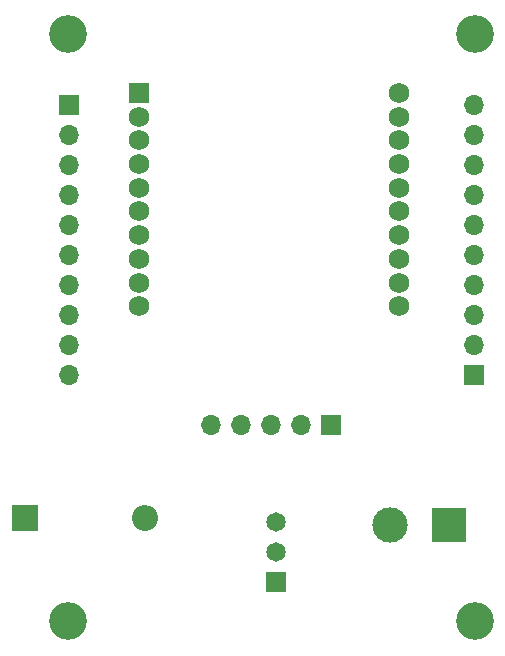
<source format=gbs>
G04 #@! TF.GenerationSoftware,KiCad,Pcbnew,7.0.8*
G04 #@! TF.CreationDate,2025-02-11T22:02:48-06:00*
G04 #@! TF.ProjectId,XBeeBreakoutBoard,58426565-4272-4656-916b-6f7574426f61,rev?*
G04 #@! TF.SameCoordinates,Original*
G04 #@! TF.FileFunction,Soldermask,Bot*
G04 #@! TF.FilePolarity,Negative*
%FSLAX46Y46*%
G04 Gerber Fmt 4.6, Leading zero omitted, Abs format (unit mm)*
G04 Created by KiCad (PCBNEW 7.0.8) date 2025-02-11 22:02:48*
%MOMM*%
%LPD*%
G01*
G04 APERTURE LIST*
G04 Aperture macros list*
%AMRoundRect*
0 Rectangle with rounded corners*
0 $1 Rounding radius*
0 $2 $3 $4 $5 $6 $7 $8 $9 X,Y pos of 4 corners*
0 Add a 4 corners polygon primitive as box body*
4,1,4,$2,$3,$4,$5,$6,$7,$8,$9,$2,$3,0*
0 Add four circle primitives for the rounded corners*
1,1,$1+$1,$2,$3*
1,1,$1+$1,$4,$5*
1,1,$1+$1,$6,$7*
1,1,$1+$1,$8,$9*
0 Add four rect primitives between the rounded corners*
20,1,$1+$1,$2,$3,$4,$5,0*
20,1,$1+$1,$4,$5,$6,$7,0*
20,1,$1+$1,$6,$7,$8,$9,0*
20,1,$1+$1,$8,$9,$2,$3,0*%
G04 Aperture macros list end*
%ADD10C,1.651000*%
%ADD11R,1.651000X1.651000*%
%ADD12R,2.200000X2.200000*%
%ADD13O,2.200000X2.200000*%
%ADD14R,1.700000X1.700000*%
%ADD15O,1.700000X1.700000*%
%ADD16RoundRect,0.102000X-0.765000X-0.765000X0.765000X-0.765000X0.765000X0.765000X-0.765000X0.765000X0*%
%ADD17C,1.734000*%
%ADD18C,3.200000*%
%ADD19R,3.000000X3.000000*%
%ADD20C,3.000000*%
G04 APERTURE END LIST*
D10*
X140000000Y-91560000D03*
X140000000Y-94100000D03*
D11*
X140000000Y-96640000D03*
D12*
X118740000Y-91200000D03*
D13*
X128900000Y-91200000D03*
D14*
X144640000Y-83400000D03*
D15*
X142100000Y-83400000D03*
X139560000Y-83400000D03*
X137020000Y-83400000D03*
X134480000Y-83400000D03*
D16*
X128400000Y-55253800D03*
D17*
X128400000Y-57260400D03*
X128400000Y-59267000D03*
X128400000Y-61273600D03*
X128400000Y-63280200D03*
X128400000Y-65286800D03*
X128400000Y-67293400D03*
X128400000Y-69300000D03*
X128400000Y-71306600D03*
X128400000Y-73313200D03*
X150396400Y-73313200D03*
X150396400Y-71306600D03*
X150396400Y-69300000D03*
X150396400Y-67293400D03*
X150396400Y-65286800D03*
X150396400Y-63280200D03*
X150396400Y-61273600D03*
X150396400Y-59267000D03*
X150396400Y-57260400D03*
X150396400Y-55253800D03*
D18*
X122400000Y-50300000D03*
D14*
X156775000Y-79160000D03*
D15*
X156775000Y-76620000D03*
X156775000Y-74080000D03*
X156775000Y-71540000D03*
X156775000Y-69000000D03*
X156775000Y-66460000D03*
X156775000Y-63920000D03*
X156775000Y-61380000D03*
X156775000Y-58840000D03*
X156775000Y-56300000D03*
D18*
X156800000Y-100000000D03*
D14*
X122425000Y-56300000D03*
D15*
X122425000Y-58840000D03*
X122425000Y-61380000D03*
X122425000Y-63920000D03*
X122425000Y-66460000D03*
X122425000Y-69000000D03*
X122425000Y-71540000D03*
X122425000Y-74080000D03*
X122425000Y-76620000D03*
X122425000Y-79160000D03*
D18*
X156800000Y-50300000D03*
X122400000Y-100000000D03*
D19*
X154600000Y-91800000D03*
D20*
X149600000Y-91800000D03*
M02*

</source>
